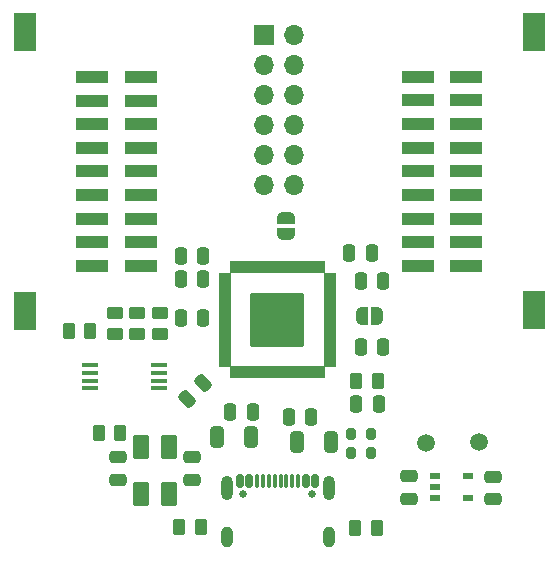
<source format=gbr>
%TF.GenerationSoftware,KiCad,Pcbnew,8.0.0*%
%TF.CreationDate,2024-03-20T17:10:03-04:00*%
%TF.ProjectId,AntEater,416e7445-6174-4657-922e-6b696361645f,rev?*%
%TF.SameCoordinates,Original*%
%TF.FileFunction,Soldermask,Top*%
%TF.FilePolarity,Negative*%
%FSLAX46Y46*%
G04 Gerber Fmt 4.6, Leading zero omitted, Abs format (unit mm)*
G04 Created by KiCad (PCBNEW 8.0.0) date 2024-03-20 17:10:03*
%MOMM*%
%LPD*%
G01*
G04 APERTURE LIST*
G04 Aperture macros list*
%AMRoundRect*
0 Rectangle with rounded corners*
0 $1 Rounding radius*
0 $2 $3 $4 $5 $6 $7 $8 $9 X,Y pos of 4 corners*
0 Add a 4 corners polygon primitive as box body*
4,1,4,$2,$3,$4,$5,$6,$7,$8,$9,$2,$3,0*
0 Add four circle primitives for the rounded corners*
1,1,$1+$1,$2,$3*
1,1,$1+$1,$4,$5*
1,1,$1+$1,$6,$7*
1,1,$1+$1,$8,$9*
0 Add four rect primitives between the rounded corners*
20,1,$1+$1,$2,$3,$4,$5,0*
20,1,$1+$1,$4,$5,$6,$7,0*
20,1,$1+$1,$6,$7,$8,$9,0*
20,1,$1+$1,$8,$9,$2,$3,0*%
%AMFreePoly0*
4,1,19,0.000000,0.744911,0.071157,0.744911,0.207708,0.704816,0.327430,0.627875,0.420627,0.520320,0.479746,0.390866,0.500000,0.250000,0.500000,-0.250000,0.479746,-0.390866,0.420627,-0.520320,0.327430,-0.627875,0.207708,-0.704816,0.071157,-0.744911,0.000000,-0.744911,0.000000,-0.750000,-0.500000,-0.750000,-0.500000,0.750000,0.000000,0.750000,0.000000,0.744911,0.000000,0.744911,
$1*%
%AMFreePoly1*
4,1,19,0.500000,-0.750000,0.000000,-0.750000,0.000000,-0.744911,-0.071157,-0.744911,-0.207708,-0.704816,-0.327430,-0.627875,-0.420627,-0.520320,-0.479746,-0.390866,-0.500000,-0.250000,-0.500000,0.250000,-0.479746,0.390866,-0.420627,0.520320,-0.327430,0.627875,-0.207708,0.704816,-0.071157,0.744911,0.000000,0.744911,0.000000,0.750000,0.500000,0.750000,0.500000,-0.750000,0.500000,-0.750000,
$1*%
G04 Aperture macros list end*
%ADD10O,1.000000X1.800000*%
%ADD11O,1.000000X2.100000*%
%ADD12RoundRect,0.075000X-0.075000X-0.500000X0.075000X-0.500000X0.075000X0.500000X-0.075000X0.500000X0*%
%ADD13RoundRect,0.150000X-0.150000X-0.425000X0.150000X-0.425000X0.150000X0.425000X-0.150000X0.425000X0*%
%ADD14C,0.650000*%
%ADD15RoundRect,0.250000X0.262500X0.450000X-0.262500X0.450000X-0.262500X-0.450000X0.262500X-0.450000X0*%
%ADD16O,1.700000X1.700000*%
%ADD17R,1.700000X1.700000*%
%ADD18RoundRect,0.250000X0.250000X0.475000X-0.250000X0.475000X-0.250000X-0.475000X0.250000X-0.475000X0*%
%ADD19RoundRect,0.250000X-0.250000X-0.475000X0.250000X-0.475000X0.250000X0.475000X-0.250000X0.475000X0*%
%ADD20R,1.473200X0.355600*%
%ADD21RoundRect,0.250000X-0.159099X0.512652X-0.512652X0.159099X0.159099X-0.512652X0.512652X-0.159099X0*%
%ADD22RoundRect,0.200000X0.200000X0.275000X-0.200000X0.275000X-0.200000X-0.275000X0.200000X-0.275000X0*%
%ADD23RoundRect,0.250000X-0.475000X0.250000X-0.475000X-0.250000X0.475000X-0.250000X0.475000X0.250000X0*%
%ADD24R,1.900000X3.200000*%
%ADD25R,2.800000X1.100000*%
%ADD26C,1.500000*%
%ADD27R,0.952500X0.558800*%
%ADD28RoundRect,0.250000X-0.262500X-0.450000X0.262500X-0.450000X0.262500X0.450000X-0.262500X0.450000X0*%
%ADD29RoundRect,0.250000X0.450000X-0.262500X0.450000X0.262500X-0.450000X0.262500X-0.450000X-0.262500X0*%
%ADD30RoundRect,0.250000X-0.325000X-0.650000X0.325000X-0.650000X0.325000X0.650000X-0.325000X0.650000X0*%
%ADD31RoundRect,0.102000X2.175000X-2.175000X2.175000X2.175000X-2.175000X2.175000X-2.175000X-2.175000X0*%
%ADD32RoundRect,0.033180X-0.478820X-0.203820X0.478820X-0.203820X0.478820X0.203820X-0.478820X0.203820X0*%
%ADD33RoundRect,0.033180X-0.203820X0.478820X-0.203820X-0.478820X0.203820X-0.478820X0.203820X0.478820X0*%
%ADD34RoundRect,0.033180X0.478820X0.203820X-0.478820X0.203820X-0.478820X-0.203820X0.478820X-0.203820X0*%
%ADD35RoundRect,0.033180X0.203820X-0.478820X0.203820X0.478820X-0.203820X0.478820X-0.203820X-0.478820X0*%
%ADD36FreePoly0,90.000000*%
%ADD37FreePoly1,90.000000*%
%ADD38FreePoly0,0.000000*%
%ADD39FreePoly1,0.000000*%
%ADD40RoundRect,0.250000X0.325000X0.650000X-0.325000X0.650000X-0.325000X-0.650000X0.325000X-0.650000X0*%
%ADD41RoundRect,0.102000X-0.600000X-0.900000X0.600000X-0.900000X0.600000X0.900000X-0.600000X0.900000X0*%
%ADD42RoundRect,0.250000X0.475000X-0.250000X0.475000X0.250000X-0.475000X0.250000X-0.475000X-0.250000X0*%
G04 APERTURE END LIST*
D10*
%TO.C,J2*%
X144310000Y-118370000D03*
D11*
X144310000Y-114190000D03*
D10*
X135670000Y-118370000D03*
D11*
X135670000Y-114190000D03*
D12*
X138240000Y-113615000D03*
X139240000Y-113615000D03*
X140740000Y-113615000D03*
X141740000Y-113615000D03*
D13*
X142390000Y-113615000D03*
X143190000Y-113615000D03*
D12*
X141240000Y-113615000D03*
X140240000Y-113615000D03*
X139740000Y-113615000D03*
X138740000Y-113615000D03*
D13*
X137590000Y-113615000D03*
X136790000Y-113615000D03*
D14*
X142880000Y-114690000D03*
X137100000Y-114690000D03*
%TD*%
D15*
%TO.C,R5*%
X146565000Y-117580000D03*
X148390000Y-117580000D03*
%TD*%
D16*
%TO.C,J3*%
X141410000Y-88570000D03*
X138870000Y-88570000D03*
X141410000Y-86030000D03*
X138870000Y-86030000D03*
X141410000Y-83490000D03*
X138870000Y-83490000D03*
X141410000Y-80950000D03*
X138870000Y-80950000D03*
X141410000Y-78410000D03*
X138870000Y-78410000D03*
X141410000Y-75870000D03*
D17*
X138870000Y-75870000D03*
%TD*%
D18*
%TO.C,C12*%
X135975474Y-107787349D03*
X137875474Y-107787349D03*
%TD*%
%TO.C,C10*%
X131795474Y-94557349D03*
X133695474Y-94557349D03*
%TD*%
D19*
%TO.C,C11*%
X148935474Y-102277349D03*
X147035474Y-102277349D03*
%TD*%
D20*
%TO.C,U1*%
X124079074Y-105770000D03*
X124079074Y-105120002D03*
X124079074Y-104470000D03*
X124079074Y-103820002D03*
X129971874Y-103820002D03*
X129971874Y-104470000D03*
X129971874Y-105120002D03*
X129971874Y-105770000D03*
%TD*%
D21*
%TO.C,C1*%
X132326223Y-106659101D03*
X133669725Y-105315597D03*
%TD*%
D22*
%TO.C,FB2*%
X146220474Y-111297349D03*
X147870474Y-111297349D03*
%TD*%
D15*
%TO.C,R3*%
X122307500Y-100940000D03*
X124132500Y-100940000D03*
%TD*%
D23*
%TO.C,C15*%
X151150000Y-115140000D03*
X151150000Y-113240000D03*
%TD*%
D24*
%TO.C,CN1*%
X118564800Y-75641800D03*
X118564800Y-99201800D03*
D25*
X128424800Y-95421800D03*
X124314800Y-95421800D03*
X128424800Y-93421800D03*
X124314800Y-93421800D03*
X128424800Y-91421800D03*
X124314800Y-91421800D03*
X128424800Y-89421800D03*
X124314800Y-89421800D03*
X128424800Y-87421800D03*
X124314800Y-87421800D03*
X128424800Y-85421800D03*
X124314800Y-85421800D03*
X128424800Y-83421800D03*
X124314800Y-83421800D03*
X128424800Y-81421800D03*
X124314800Y-81421800D03*
X128424800Y-79421800D03*
X124314800Y-79421800D03*
%TD*%
D22*
%TO.C,FB1*%
X147880474Y-109687349D03*
X146230474Y-109687349D03*
%TD*%
D26*
%TO.C,TP2*%
X157060000Y-110310000D03*
%TD*%
D19*
%TO.C,C3*%
X148555474Y-107137349D03*
X146655474Y-107137349D03*
%TD*%
D27*
%TO.C,U3*%
X156087950Y-113230200D03*
X156087950Y-115109800D03*
X153332050Y-115109800D03*
X153332050Y-114170000D03*
X153332050Y-113230200D03*
%TD*%
D15*
%TO.C,R8*%
X146642974Y-105197349D03*
X148467974Y-105197349D03*
%TD*%
D23*
%TO.C,C2*%
X126447500Y-113510000D03*
X126447500Y-111610000D03*
%TD*%
D19*
%TO.C,C5*%
X147965474Y-94337349D03*
X146065474Y-94337349D03*
%TD*%
D28*
%TO.C,R6*%
X126680000Y-109540000D03*
X124855000Y-109540000D03*
%TD*%
D29*
%TO.C,R1*%
X128125474Y-99384849D03*
X128125474Y-101209849D03*
%TD*%
D30*
%TO.C,C6*%
X144545000Y-110320000D03*
X141595000Y-110320000D03*
%TD*%
D19*
%TO.C,C8*%
X148940000Y-96730000D03*
X147040000Y-96730000D03*
%TD*%
D31*
%TO.C,U2*%
X139975474Y-99982349D03*
D32*
X135530474Y-103732349D03*
X135530474Y-103232349D03*
X135530474Y-102732349D03*
X135530474Y-102232349D03*
X135530474Y-101732349D03*
X135530474Y-101232349D03*
X135530474Y-100732349D03*
X135530474Y-100232349D03*
X135530474Y-99732349D03*
X135530474Y-99232349D03*
X135530474Y-98732349D03*
X135530474Y-98232349D03*
X135530474Y-97732349D03*
X135530474Y-97232349D03*
X135530474Y-96732349D03*
X135530474Y-96232349D03*
D33*
X136225474Y-95537349D03*
X136725474Y-95537349D03*
X137225474Y-95537349D03*
X137725474Y-95537349D03*
X138225474Y-95537349D03*
X138725474Y-95537349D03*
X139225474Y-95537349D03*
X139725474Y-95537349D03*
X140225474Y-95537349D03*
X140725474Y-95537349D03*
X141225474Y-95537349D03*
X141725474Y-95537349D03*
X142225474Y-95537349D03*
X142725474Y-95537349D03*
X143225474Y-95537349D03*
X143725474Y-95537349D03*
D34*
X144420474Y-96232349D03*
X144420474Y-96732349D03*
X144420474Y-97232349D03*
X144420474Y-97732349D03*
X144420474Y-98232349D03*
X144420474Y-98732349D03*
X144420474Y-99232349D03*
X144420474Y-99732349D03*
X144420474Y-100232349D03*
X144420474Y-100732349D03*
X144420474Y-101232349D03*
X144420474Y-101732349D03*
X144420474Y-102232349D03*
X144420474Y-102732349D03*
X144420474Y-103232349D03*
X144420474Y-103732349D03*
D35*
X143725474Y-104427349D03*
X143225474Y-104427349D03*
X142725474Y-104427349D03*
X142225474Y-104427349D03*
X141725474Y-104427349D03*
X141225474Y-104427349D03*
X140725474Y-104427349D03*
X140225474Y-104427349D03*
X139725474Y-104427349D03*
X139225474Y-104427349D03*
X138725474Y-104427349D03*
X138225474Y-104427349D03*
X137725474Y-104427349D03*
X137225474Y-104427349D03*
X136725474Y-104427349D03*
X136225474Y-104427349D03*
%TD*%
D24*
%TO.C,CN2*%
X161709900Y-99189600D03*
X161709900Y-75629600D03*
D25*
X151849900Y-79409600D03*
X155959900Y-79409600D03*
X151849900Y-81409600D03*
X155959900Y-81409600D03*
X151849900Y-83409600D03*
X155959900Y-83409600D03*
X151849900Y-85409600D03*
X155959900Y-85409600D03*
X151849900Y-87409600D03*
X155959900Y-87409600D03*
X151849900Y-89409600D03*
X155959900Y-89409600D03*
X151849900Y-91409600D03*
X155959900Y-91409600D03*
X151849900Y-93409600D03*
X155959900Y-93409600D03*
X151849900Y-95409600D03*
X155959900Y-95409600D03*
%TD*%
D26*
%TO.C,TP1*%
X152530000Y-110370000D03*
%TD*%
D29*
%TO.C,R4*%
X126225474Y-99384849D03*
X126225474Y-101209849D03*
%TD*%
D36*
%TO.C,JP1*%
X140680000Y-91400000D03*
D37*
X140680000Y-92700000D03*
%TD*%
D18*
%TO.C,C13*%
X131805474Y-99827349D03*
X133705474Y-99827349D03*
%TD*%
%TO.C,C14*%
X133715474Y-96517349D03*
X131815474Y-96517349D03*
%TD*%
D38*
%TO.C,JP2*%
X148445474Y-99657349D03*
D39*
X147145474Y-99657349D03*
%TD*%
D40*
%TO.C,C4*%
X134820474Y-109937349D03*
X137770474Y-109937349D03*
%TD*%
D41*
%TO.C,Y1*%
X130825000Y-110767500D03*
X130825000Y-114767500D03*
X128425000Y-114767500D03*
X128425000Y-110767500D03*
%TD*%
D23*
%TO.C,C16*%
X158220000Y-115190000D03*
X158220000Y-113290000D03*
%TD*%
D28*
%TO.C,R7*%
X133490000Y-117560000D03*
X131665000Y-117560000D03*
%TD*%
D19*
%TO.C,C9*%
X142860000Y-108170000D03*
X140960000Y-108170000D03*
%TD*%
D29*
%TO.C,R2*%
X130035474Y-99384849D03*
X130035474Y-101209849D03*
%TD*%
D42*
%TO.C,C7*%
X132757500Y-111610000D03*
X132757500Y-113510000D03*
%TD*%
M02*

</source>
